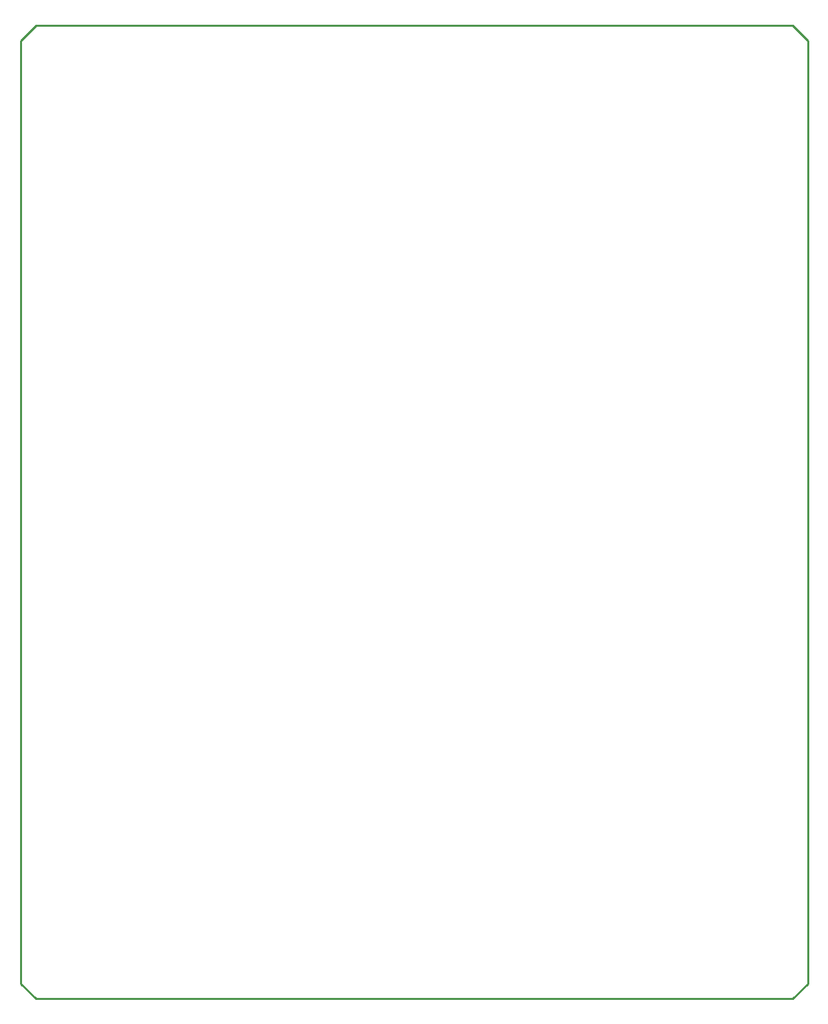
<source format=gm1>
G04*
G04 #@! TF.GenerationSoftware,Altium Limited,Altium Designer,24.0.1 (36)*
G04*
G04 Layer_Color=16711935*
%FSLAX44Y44*%
%MOMM*%
G71*
G04*
G04 #@! TF.SameCoordinates,F5D6D73F-2C16-40EA-88EE-8A7EB2D9318C*
G04*
G04*
G04 #@! TF.FilePolarity,Positive*
G04*
G01*
G75*
%ADD11C,0.2540*%
D11*
X-127000Y120650D02*
X-107950Y101600D01*
X850900D01*
X869950Y120650D01*
Y1314450D01*
X850900Y1333500D02*
X869950Y1314450D01*
X-107950Y1333500D02*
X850900D01*
X-127000Y1314450D02*
X-107950Y1333500D01*
X-127000Y120650D02*
Y1314450D01*
M02*

</source>
